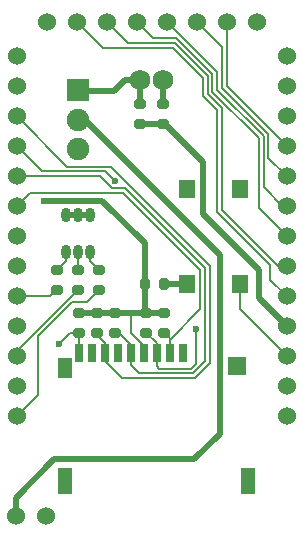
<source format=gtl>
G04 #@! TF.GenerationSoftware,KiCad,Pcbnew,8.0.4*
G04 #@! TF.CreationDate,2024-10-10T13:01:36-07:00*
G04 #@! TF.ProjectId,TelemetryComputer,54656c65-6d65-4747-9279-436f6d707574,rev?*
G04 #@! TF.SameCoordinates,Original*
G04 #@! TF.FileFunction,Copper,L1,Top*
G04 #@! TF.FilePolarity,Positive*
%FSLAX46Y46*%
G04 Gerber Fmt 4.6, Leading zero omitted, Abs format (unit mm)*
G04 Created by KiCad (PCBNEW 8.0.4) date 2024-10-10 13:01:36*
%MOMM*%
%LPD*%
G01*
G04 APERTURE LIST*
G04 Aperture macros list*
%AMRoundRect*
0 Rectangle with rounded corners*
0 $1 Rounding radius*
0 $2 $3 $4 $5 $6 $7 $8 $9 X,Y pos of 4 corners*
0 Add a 4 corners polygon primitive as box body*
4,1,4,$2,$3,$4,$5,$6,$7,$8,$9,$2,$3,0*
0 Add four circle primitives for the rounded corners*
1,1,$1+$1,$2,$3*
1,1,$1+$1,$4,$5*
1,1,$1+$1,$6,$7*
1,1,$1+$1,$8,$9*
0 Add four rect primitives between the rounded corners*
20,1,$1+$1,$2,$3,$4,$5,0*
20,1,$1+$1,$4,$5,$6,$7,0*
20,1,$1+$1,$6,$7,$8,$9,0*
20,1,$1+$1,$8,$9,$2,$3,0*%
G04 Aperture macros list end*
G04 #@! TA.AperFunction,SMDPad,CuDef*
%ADD10RoundRect,0.200000X0.275000X-0.200000X0.275000X0.200000X-0.275000X0.200000X-0.275000X-0.200000X0*%
G04 #@! TD*
G04 #@! TA.AperFunction,ComponentPad*
%ADD11C,1.524000*%
G04 #@! TD*
G04 #@! TA.AperFunction,SMDPad,CuDef*
%ADD12RoundRect,0.200000X-0.275000X0.200000X-0.275000X-0.200000X0.275000X-0.200000X0.275000X0.200000X0*%
G04 #@! TD*
G04 #@! TA.AperFunction,SMDPad,CuDef*
%ADD13R,0.711200X1.600200*%
G04 #@! TD*
G04 #@! TA.AperFunction,SMDPad,CuDef*
%ADD14R,1.193800X2.209800*%
G04 #@! TD*
G04 #@! TA.AperFunction,SMDPad,CuDef*
%ADD15R,1.193800X1.800000*%
G04 #@! TD*
G04 #@! TA.AperFunction,SMDPad,CuDef*
%ADD16R,1.600200X1.498600*%
G04 #@! TD*
G04 #@! TA.AperFunction,SMDPad,CuDef*
%ADD17O,0.800000X1.250000*%
G04 #@! TD*
G04 #@! TA.AperFunction,SMDPad,CuDef*
%ADD18R,1.400000X1.600000*%
G04 #@! TD*
G04 #@! TA.AperFunction,SMDPad,CuDef*
%ADD19RoundRect,0.200000X-0.200000X-0.275000X0.200000X-0.275000X0.200000X0.275000X-0.200000X0.275000X0*%
G04 #@! TD*
G04 #@! TA.AperFunction,ComponentPad*
%ADD20R,1.900000X1.900000*%
G04 #@! TD*
G04 #@! TA.AperFunction,ComponentPad*
%ADD21C,1.900000*%
G04 #@! TD*
G04 #@! TA.AperFunction,ComponentPad*
%ADD22C,1.750000*%
G04 #@! TD*
G04 #@! TA.AperFunction,ViaPad*
%ADD23C,0.600000*%
G04 #@! TD*
G04 #@! TA.AperFunction,Conductor*
%ADD24C,0.200000*%
G04 #@! TD*
G04 #@! TA.AperFunction,Conductor*
%ADD25C,0.500000*%
G04 #@! TD*
G04 APERTURE END LIST*
D10*
X138650000Y-95975000D03*
X138650000Y-94325000D03*
D11*
X158105000Y-76200000D03*
X158105000Y-78740000D03*
X158105000Y-81280000D03*
X158105000Y-83820000D03*
X158105000Y-86360000D03*
X158105000Y-88900000D03*
X158105000Y-91440000D03*
X158105000Y-93980000D03*
X158105000Y-96520000D03*
X158105000Y-99060000D03*
X158105000Y-101600000D03*
X158105000Y-104140000D03*
X158105000Y-106680000D03*
D12*
X145650000Y-80275000D03*
X145650000Y-81925000D03*
X143584302Y-97975000D03*
X143584302Y-99625000D03*
D13*
X149299993Y-101366398D03*
X148199992Y-101366398D03*
X147099992Y-101366398D03*
X145999991Y-101366398D03*
X144899991Y-101366398D03*
X143799991Y-101366398D03*
X142699990Y-101366398D03*
X141599990Y-101366398D03*
D14*
X139300000Y-112194951D03*
X154800000Y-112194951D03*
D15*
X139303098Y-102567793D03*
D16*
X153900084Y-102417101D03*
D13*
X140499990Y-101366398D03*
D12*
X142042151Y-97975000D03*
X142042151Y-99625000D03*
D10*
X140450000Y-95975000D03*
X140450000Y-94325000D03*
D17*
X141450000Y-89650000D03*
X140450000Y-89650000D03*
X139450000Y-89650000D03*
X139450000Y-92750000D03*
X140450000Y-92750000D03*
X141450000Y-92750000D03*
D12*
X146207847Y-97975000D03*
X146207847Y-99625000D03*
D10*
X147650000Y-81925000D03*
X147650000Y-80275000D03*
D12*
X147750000Y-97975000D03*
X147750000Y-99625000D03*
D10*
X142250000Y-95975000D03*
X142250000Y-94325000D03*
D11*
X137750000Y-115150000D03*
X135210000Y-115130000D03*
D18*
X149650000Y-95450000D03*
X149650000Y-87450000D03*
X154150000Y-95450000D03*
X154150000Y-87450000D03*
D11*
X137785000Y-73300000D03*
X140325000Y-73300000D03*
X142865000Y-73300000D03*
X145405000Y-73300000D03*
X147945000Y-73300000D03*
X150485000Y-73300000D03*
X153025000Y-73300000D03*
X155565000Y-73300000D03*
X135245000Y-76200000D03*
X135245000Y-78740000D03*
X135245000Y-81280000D03*
X135245000Y-83820000D03*
X135245000Y-86360000D03*
X135245000Y-88900000D03*
X135245000Y-91440000D03*
X135245000Y-93980000D03*
X135245000Y-96520000D03*
X135245000Y-99060000D03*
X135245000Y-101600000D03*
X135245000Y-104140000D03*
X135245000Y-106680000D03*
D12*
X140500000Y-97975000D03*
X140500000Y-99625000D03*
D19*
X146100000Y-95450000D03*
X147750000Y-95450000D03*
D20*
X140450000Y-79100000D03*
D21*
X140450000Y-81600000D03*
X140450000Y-84100000D03*
D22*
X145655000Y-78250000D03*
X147655000Y-78250000D03*
D23*
X154800000Y-112150000D03*
X143800000Y-101350000D03*
X140450000Y-89600000D03*
X139250000Y-112150000D03*
X150400000Y-99300000D03*
X143551473Y-86750000D03*
X137550000Y-88450000D03*
X138792500Y-100592500D03*
D24*
X140450000Y-92750000D02*
X140450000Y-94325000D01*
D25*
X141450000Y-89650000D02*
X140500000Y-89650000D01*
X140450000Y-89600000D02*
X140400000Y-89650000D01*
X140400000Y-89650000D02*
X139450000Y-89650000D01*
X147650000Y-80275000D02*
X147650000Y-78250000D01*
X140500000Y-89650000D02*
X140450000Y-89600000D01*
D24*
X147655000Y-80245000D02*
X147650000Y-80250000D01*
X139450000Y-93525000D02*
X138650000Y-94325000D01*
X139450000Y-92750000D02*
X139450000Y-93525000D01*
X141450000Y-93525000D02*
X142250000Y-94325000D01*
X141450000Y-92750000D02*
X141450000Y-93525000D01*
X150018628Y-102650000D02*
X147300000Y-102650000D01*
X137385000Y-85960000D02*
X135245000Y-83820000D01*
X147099992Y-102449992D02*
X147099992Y-101366398D01*
X147300000Y-102650000D02*
X147099992Y-102449992D01*
X143551473Y-86750000D02*
X142761473Y-85960000D01*
X146207847Y-99625000D02*
X147099992Y-100517145D01*
X147099992Y-100517145D02*
X147099992Y-101366398D01*
X150400000Y-102268628D02*
X150018628Y-102650000D01*
X150400000Y-99300000D02*
X150400000Y-102268628D01*
X142761473Y-85960000D02*
X137385000Y-85960000D01*
X142042151Y-99625000D02*
X142042151Y-99842151D01*
X142699990Y-100499990D02*
X142699990Y-101366398D01*
X151600000Y-93950000D02*
X151600000Y-102200000D01*
X143210000Y-85560000D02*
X151600000Y-93950000D01*
X142699990Y-102022097D02*
X142699990Y-101366398D01*
X144127893Y-103450000D02*
X142699990Y-102022097D01*
X135245000Y-81280000D02*
X139525000Y-85560000D01*
X142042151Y-99842151D02*
X142699990Y-100499990D01*
X151600000Y-102200000D02*
X150350000Y-103450000D01*
X150350000Y-103450000D02*
X144127893Y-103450000D01*
X139525000Y-85560000D02*
X143210000Y-85560000D01*
X147750000Y-99625000D02*
X148199992Y-100074992D01*
X150800000Y-97600000D02*
X148199992Y-100200008D01*
X150800000Y-94300000D02*
X150800000Y-97600000D01*
X148199992Y-100074992D02*
X148199992Y-101366398D01*
X136395000Y-87750000D02*
X144250000Y-87750000D01*
X148199992Y-100200008D02*
X148199992Y-101366398D01*
X135245000Y-88900000D02*
X136395000Y-87750000D01*
X144250000Y-87750000D02*
X150800000Y-94300000D01*
X143300000Y-87350000D02*
X144434314Y-87350000D01*
X150184314Y-103050000D02*
X145583493Y-103050000D01*
X135245000Y-86360000D02*
X142310000Y-86360000D01*
X143875000Y-99625000D02*
X144899991Y-100649991D01*
X144434314Y-87350000D02*
X151200000Y-94115686D01*
X144899991Y-100649991D02*
X144899991Y-101366398D01*
X143584302Y-99625000D02*
X143875000Y-99625000D01*
X151200000Y-94115686D02*
X151200000Y-102034314D01*
X145583493Y-103050000D02*
X144899991Y-102366498D01*
X142310000Y-86360000D02*
X143300000Y-87350000D01*
X144899991Y-102366498D02*
X144899991Y-101366398D01*
X151200000Y-102034314D02*
X150184314Y-103050000D01*
D25*
X146100000Y-95450000D02*
X146100000Y-97867153D01*
X144800000Y-97975000D02*
X140500000Y-97975000D01*
D24*
X144900000Y-99602400D02*
X144900000Y-98075000D01*
D25*
X147750000Y-97975000D02*
X144800000Y-97975000D01*
D24*
X144900000Y-98075000D02*
X144800000Y-97975000D01*
X145999991Y-100702391D02*
X144900000Y-99602400D01*
X145999991Y-101366398D02*
X145999991Y-100702391D01*
D25*
X146100000Y-95450000D02*
X146100000Y-92050000D01*
X146100000Y-92050000D02*
X142500000Y-88450000D01*
X142500000Y-88450000D02*
X137550000Y-88450000D01*
X146100000Y-97867153D02*
X146207847Y-97975000D01*
X141050000Y-81600000D02*
X152500000Y-93050000D01*
X138450000Y-110350000D02*
X135210000Y-113590000D01*
X135210000Y-113590000D02*
X135210000Y-115130000D01*
X140450000Y-81600000D02*
X141050000Y-81600000D01*
X150300000Y-110350000D02*
X138450000Y-110350000D01*
X152500000Y-93050000D02*
X152500000Y-108150000D01*
X152500000Y-108150000D02*
X150300000Y-110350000D01*
D24*
X156700000Y-93865686D02*
X156700000Y-95115000D01*
X148447942Y-75500000D02*
X151025000Y-78077058D01*
X151025000Y-79568430D02*
X152250000Y-80793430D01*
X151025000Y-78077058D02*
X151025000Y-79568430D01*
X152250000Y-80793430D02*
X152250000Y-89415686D01*
X152250000Y-89415686D02*
X156700000Y-93865686D01*
X142525000Y-75500000D02*
X148447942Y-75500000D01*
X140325000Y-73300000D02*
X142525000Y-75500000D01*
X156700000Y-95115000D02*
X158105000Y-96520000D01*
X156150000Y-82996372D02*
X156150000Y-87300000D01*
X152225000Y-79071372D02*
X156150000Y-82996372D01*
X157750000Y-88900000D02*
X158105000Y-88900000D01*
X156150000Y-87300000D02*
X157750000Y-88900000D01*
X147945000Y-73300000D02*
X152225000Y-77580000D01*
X152225000Y-77580000D02*
X152225000Y-79071372D01*
X151425000Y-77911372D02*
X151425000Y-79402744D01*
X148613628Y-75100000D02*
X151425000Y-77911372D01*
X152650000Y-89250000D02*
X157380000Y-93980000D01*
X144665000Y-75100000D02*
X148613628Y-75100000D01*
X152650000Y-80627744D02*
X152650000Y-89250000D01*
X157380000Y-93980000D02*
X158105000Y-93980000D01*
X142865000Y-73300000D02*
X144665000Y-75100000D01*
X151425000Y-79402744D02*
X152650000Y-80627744D01*
X148779314Y-74700000D02*
X151825000Y-77745686D01*
X151825000Y-79237058D02*
X155750000Y-83162058D01*
X151825000Y-77745686D02*
X151825000Y-79237058D01*
X146805000Y-74700000D02*
X148779314Y-74700000D01*
X145405000Y-73300000D02*
X146805000Y-74700000D01*
X155750000Y-83162058D02*
X155750000Y-89085000D01*
X155750000Y-89085000D02*
X158105000Y-91440000D01*
X154150000Y-95450000D02*
X154150000Y-97645000D01*
X154150000Y-97645000D02*
X158105000Y-101600000D01*
D25*
X149650000Y-95450000D02*
X147750000Y-95450000D01*
X144400000Y-78250000D02*
X143500000Y-79150000D01*
X145655000Y-78250000D02*
X144400000Y-78250000D01*
X143500000Y-79150000D02*
X140500000Y-79150000D01*
X140500000Y-79150000D02*
X140450000Y-79100000D01*
D24*
X145650000Y-78255000D02*
X145655000Y-78250000D01*
D25*
X145650000Y-80275000D02*
X145650000Y-78255000D01*
D24*
X153025000Y-73300000D02*
X153025000Y-78740000D01*
X153025000Y-78740000D02*
X158105000Y-83820000D01*
X152625000Y-75440000D02*
X152625000Y-78905686D01*
X152625000Y-78905686D02*
X156550000Y-82830686D01*
X156550000Y-84805000D02*
X158105000Y-86360000D01*
X156550000Y-82830686D02*
X156550000Y-84805000D01*
X150485000Y-73300000D02*
X152625000Y-75440000D01*
X139760000Y-99625000D02*
X140500000Y-99625000D01*
X140500000Y-99625000D02*
X140500000Y-101366388D01*
X140500000Y-101366388D02*
X140499990Y-101366398D01*
X138792500Y-100592500D02*
X139760000Y-99625000D01*
X141225000Y-97000000D02*
X139965686Y-97000000D01*
X139965686Y-97000000D02*
X137050000Y-99915686D01*
X137050000Y-99915686D02*
X137050000Y-104875000D01*
X137050000Y-104875000D02*
X135245000Y-106680000D01*
X142250000Y-95975000D02*
X141225000Y-97000000D01*
X140450000Y-95975000D02*
X140425000Y-95975000D01*
X140425000Y-95975000D02*
X135245000Y-101155000D01*
X135245000Y-101155000D02*
X135245000Y-101600000D01*
X138105000Y-96520000D02*
X135245000Y-96520000D01*
X138650000Y-95975000D02*
X138105000Y-96520000D01*
D25*
X147800000Y-81925000D02*
X151050000Y-85175000D01*
X151050000Y-85175000D02*
X151050000Y-89600000D01*
X147650000Y-81925000D02*
X147800000Y-81925000D01*
X155750000Y-94300000D02*
X155750000Y-96705000D01*
X155750000Y-96705000D02*
X158105000Y-99060000D01*
X145650000Y-81925000D02*
X147650000Y-81925000D01*
X151050000Y-89600000D02*
X155750000Y-94300000D01*
M02*

</source>
